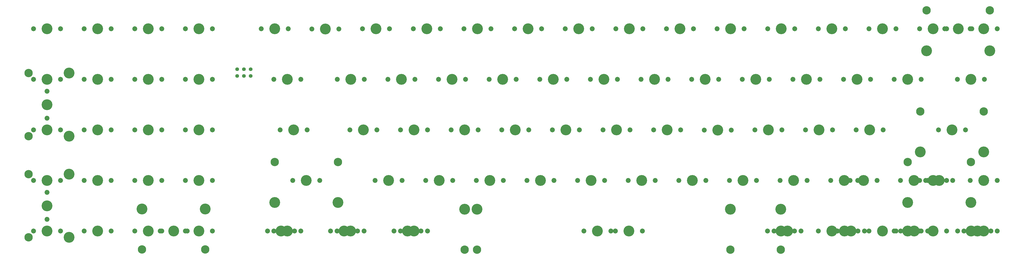
<source format=gts>
G04 #@! TF.GenerationSoftware,KiCad,Pcbnew,(5.1.4)-1*
G04 #@! TF.CreationDate,2020-10-17T07:59:48-04:00*
G04 #@! TF.ProjectId,southpaw daughter board,736f7574-6870-4617-9720-646175676874,rev?*
G04 #@! TF.SameCoordinates,Original*
G04 #@! TF.FileFunction,Soldermask,Top*
G04 #@! TF.FilePolarity,Negative*
%FSLAX46Y46*%
G04 Gerber Fmt 4.6, Leading zero omitted, Abs format (unit mm)*
G04 Created by KiCad (PCBNEW (5.1.4)-1) date 2020-10-17 07:59:48*
%MOMM*%
%LPD*%
G04 APERTURE LIST*
%ADD10C,1.850000*%
%ADD11C,4.087800*%
%ADD12C,3.148000*%
%ADD13C,1.408000*%
G04 APERTURE END LIST*
D10*
G04 #@! TO.C,MX51*
X256690000Y6360000D03*
X246530000Y6360000D03*
D11*
X251610000Y6360000D03*
G04 #@! TD*
G04 #@! TO.C,MX19*
X32651000Y82550000D03*
D10*
X27571000Y82550000D03*
X37731000Y82550000D03*
G04 #@! TD*
D11*
G04 #@! TO.C,MX13*
X23100000Y6400000D03*
D10*
X18020000Y6400000D03*
X28180000Y6400000D03*
D12*
X11193750Y-585000D03*
X35006250Y-585000D03*
D11*
X11193750Y14655000D03*
X35006250Y14655000D03*
G04 #@! TD*
G04 #@! TO.C,MX29*
X65913000Y6350000D03*
D10*
X60833000Y6350000D03*
X70993000Y6350000D03*
G04 #@! TD*
D11*
G04 #@! TO.C,MX24*
X63500000Y6350000D03*
D10*
X58420000Y6350000D03*
X68580000Y6350000D03*
G04 #@! TD*
D11*
G04 #@! TO.C,MX14*
X13601000Y82550000D03*
D10*
X8521000Y82550000D03*
X18681000Y82550000D03*
G04 #@! TD*
D11*
G04 #@! TO.C,MX101*
X270740000Y6390000D03*
D10*
X265660000Y6390000D03*
X275820000Y6390000D03*
G04 #@! TD*
D11*
G04 #@! TO.C,MX60*
X182580100Y6365000D03*
D10*
X177500100Y6365000D03*
X187660100Y6365000D03*
D12*
X132580200Y-620000D03*
X232580000Y-620000D03*
D11*
X132580200Y14620000D03*
X232580000Y14620000D03*
G04 #@! TD*
G04 #@! TO.C,MX61*
X194437000Y6350000D03*
D10*
X189357000Y6350000D03*
X199517000Y6350000D03*
D12*
X137287000Y-635000D03*
X251587000Y-635000D03*
D11*
X137287000Y14605000D03*
X251587000Y14605000D03*
G04 #@! TD*
G04 #@! TO.C,MX98*
X315995192Y44469869D03*
D10*
X310915192Y44469869D03*
X321075192Y44469869D03*
D12*
X304088942Y51454869D03*
X327901442Y51454869D03*
D11*
X304088942Y36214869D03*
X327901442Y36214869D03*
G04 #@! TD*
G04 #@! TO.C,MX68*
X227841206Y44414246D03*
D10*
X222761206Y44414246D03*
X232921206Y44414246D03*
G04 #@! TD*
D11*
G04 #@! TO.C,MX38*
X99280341Y82549283D03*
D10*
X94200341Y82549283D03*
X104360341Y82549283D03*
G04 #@! TD*
D11*
G04 #@! TO.C,MX56*
X175514000Y82550000D03*
D10*
X170434000Y82550000D03*
X180594000Y82550000D03*
G04 #@! TD*
G04 #@! TO.C,MX93*
X306820000Y6410000D03*
X296660000Y6410000D03*
D11*
X301740000Y6410000D03*
G04 #@! TD*
D10*
G04 #@! TO.C,MX88*
X313920000Y6380000D03*
X303760000Y6380000D03*
D11*
X308840000Y6380000D03*
G04 #@! TD*
D10*
G04 #@! TO.C,MX104*
X304420000Y6340000D03*
X294260000Y6340000D03*
D11*
X299340000Y6340000D03*
G04 #@! TD*
G04 #@! TO.C,MX28*
X282702000Y25400000D03*
D10*
X277622000Y25400000D03*
X287782000Y25400000D03*
G04 #@! TD*
D11*
G04 #@! TO.C,MX12*
X-5449000Y6350000D03*
D10*
X-10529000Y6350000D03*
X-369000Y6350000D03*
G04 #@! TD*
D11*
G04 #@! TO.C,MX97*
X323124788Y63519096D03*
D10*
X318044788Y63519096D03*
X328204788Y63519096D03*
G04 #@! TD*
D11*
G04 #@! TO.C,MX81*
X277960000Y6410000D03*
D10*
X272880000Y6410000D03*
X283040000Y6410000D03*
G04 #@! TD*
D13*
G04 #@! TO.C,J1*
X52070000Y64770000D03*
X52070000Y67310000D03*
X46990000Y67310000D03*
X46990000Y64770000D03*
X49530000Y67310000D03*
X49530000Y64770000D03*
G04 #@! TD*
D11*
G04 #@! TO.C,MX103*
X327914000Y82550000D03*
D10*
X322834000Y82550000D03*
X332994000Y82550000D03*
G04 #@! TD*
D11*
G04 #@! TO.C,MX102*
X318343779Y82556296D03*
D10*
X313263779Y82556296D03*
X323423779Y82556296D03*
D12*
X306437529Y89541296D03*
X330250029Y89541296D03*
D11*
X306437529Y74301296D03*
X330250029Y74301296D03*
G04 #@! TD*
D10*
G04 #@! TO.C,MX100*
X328250000Y6380000D03*
X318090000Y6380000D03*
D11*
X323170000Y6380000D03*
G04 #@! TD*
G04 #@! TO.C,MX99*
X327914000Y25400000D03*
D10*
X322834000Y25400000D03*
X332994000Y25400000D03*
G04 #@! TD*
D11*
G04 #@! TO.C,MX96*
X308864000Y82550000D03*
D10*
X303784000Y82550000D03*
X313944000Y82550000D03*
G04 #@! TD*
D11*
G04 #@! TO.C,MX95*
X325540000Y6420000D03*
D10*
X320460000Y6420000D03*
X330620000Y6420000D03*
G04 #@! TD*
G04 #@! TO.C,MX94*
X333000000Y6420000D03*
X322840000Y6420000D03*
D11*
X327920000Y6420000D03*
G04 #@! TD*
G04 #@! TO.C,MX92*
X308850000Y25420000D03*
D10*
X303770000Y25420000D03*
X313930000Y25420000D03*
G04 #@! TD*
D11*
G04 #@! TO.C,MX90*
X299290998Y63514483D03*
D10*
X294210998Y63514483D03*
X304370998Y63514483D03*
G04 #@! TD*
D11*
G04 #@! TO.C,MX89*
X289814000Y82550000D03*
D10*
X284734000Y82550000D03*
X294894000Y82550000D03*
G04 #@! TD*
D11*
G04 #@! TO.C,MX87*
X301660000Y25460000D03*
D10*
X296580000Y25460000D03*
X306740000Y25460000D03*
G04 #@! TD*
G04 #@! TO.C,MX86*
X294870000Y6380000D03*
X284710000Y6380000D03*
D11*
X289790000Y6380000D03*
G04 #@! TD*
G04 #@! TO.C,MX85*
X323096250Y17165000D03*
X299283750Y17165000D03*
D12*
X323096250Y32405000D03*
X299283750Y32405000D03*
D10*
X316270000Y25420000D03*
X306110000Y25420000D03*
D11*
X311190000Y25420000D03*
G04 #@! TD*
G04 #@! TO.C,MX84*
X284988000Y44450000D03*
D10*
X279908000Y44450000D03*
X290068000Y44450000D03*
G04 #@! TD*
D11*
G04 #@! TO.C,MX83*
X280289000Y63500000D03*
D10*
X275209000Y63500000D03*
X285369000Y63500000D03*
G04 #@! TD*
D11*
G04 #@! TO.C,MX82*
X270764000Y82550000D03*
D10*
X265684000Y82550000D03*
X275844000Y82550000D03*
G04 #@! TD*
D11*
G04 #@! TO.C,MX80*
X275480000Y6350000D03*
D10*
X270400000Y6350000D03*
X280560000Y6350000D03*
G04 #@! TD*
D11*
G04 #@! TO.C,MX79*
X275463000Y25400000D03*
D10*
X270383000Y25400000D03*
X280543000Y25400000D03*
G04 #@! TD*
D11*
G04 #@! TO.C,MX78*
X265938000Y44450000D03*
D10*
X260858000Y44450000D03*
X271018000Y44450000D03*
G04 #@! TD*
D11*
G04 #@! TO.C,MX77*
X261239000Y63500000D03*
D10*
X256159000Y63500000D03*
X266319000Y63500000D03*
G04 #@! TD*
D11*
G04 #@! TO.C,MX76*
X251714000Y82550000D03*
D10*
X246634000Y82550000D03*
X256794000Y82550000D03*
G04 #@! TD*
D11*
G04 #@! TO.C,MX75*
X254090000Y6360000D03*
D10*
X249010000Y6360000D03*
X259170000Y6360000D03*
G04 #@! TD*
D11*
G04 #@! TO.C,MX74*
X256413000Y25400000D03*
D10*
X251333000Y25400000D03*
X261493000Y25400000D03*
G04 #@! TD*
D11*
G04 #@! TO.C,MX73*
X246881586Y44481515D03*
D10*
X241801586Y44481515D03*
X251961586Y44481515D03*
G04 #@! TD*
D11*
G04 #@! TO.C,MX72*
X242189000Y63500000D03*
D10*
X237109000Y63500000D03*
X247269000Y63500000D03*
G04 #@! TD*
D11*
G04 #@! TO.C,MX71*
X232664000Y82550000D03*
D10*
X227584000Y82550000D03*
X237744000Y82550000D03*
G04 #@! TD*
D11*
G04 #@! TO.C,MX69*
X237363000Y25400000D03*
D10*
X232283000Y25400000D03*
X242443000Y25400000D03*
G04 #@! TD*
D11*
G04 #@! TO.C,MX67*
X223139000Y63500000D03*
D10*
X218059000Y63500000D03*
X228219000Y63500000D03*
G04 #@! TD*
D11*
G04 #@! TO.C,MX66*
X213614000Y82550000D03*
D10*
X208534000Y82550000D03*
X218694000Y82550000D03*
G04 #@! TD*
D11*
G04 #@! TO.C,MX65*
X218313000Y25400000D03*
D10*
X213233000Y25400000D03*
X223393000Y25400000D03*
G04 #@! TD*
G04 #@! TO.C,MX64*
X213868000Y44450000D03*
X203708000Y44450000D03*
D11*
X208788000Y44450000D03*
G04 #@! TD*
G04 #@! TO.C,MX63*
X204089000Y63500000D03*
D10*
X199009000Y63500000D03*
X209169000Y63500000D03*
G04 #@! TD*
D11*
G04 #@! TO.C,MX62*
X194564000Y82550000D03*
D10*
X189484000Y82550000D03*
X199644000Y82550000D03*
G04 #@! TD*
D11*
G04 #@! TO.C,MX59*
X199263000Y25400000D03*
D10*
X194183000Y25400000D03*
X204343000Y25400000D03*
G04 #@! TD*
D11*
G04 #@! TO.C,MX58*
X189738000Y44450000D03*
D10*
X184658000Y44450000D03*
X194818000Y44450000D03*
G04 #@! TD*
D11*
G04 #@! TO.C,MX57*
X185039000Y63500000D03*
D10*
X179959000Y63500000D03*
X190119000Y63500000D03*
G04 #@! TD*
D11*
G04 #@! TO.C,MX55*
X180213000Y25400000D03*
D10*
X175133000Y25400000D03*
X185293000Y25400000D03*
G04 #@! TD*
D11*
G04 #@! TO.C,MX54*
X170688000Y44450000D03*
D10*
X165608000Y44450000D03*
X175768000Y44450000D03*
G04 #@! TD*
D11*
G04 #@! TO.C,MX53*
X165989000Y63500000D03*
D10*
X160909000Y63500000D03*
X171069000Y63500000D03*
G04 #@! TD*
D11*
G04 #@! TO.C,MX52*
X156464000Y82550000D03*
D10*
X151384000Y82550000D03*
X161544000Y82550000D03*
G04 #@! TD*
D11*
G04 #@! TO.C,MX50*
X161163000Y25400000D03*
D10*
X156083000Y25400000D03*
X166243000Y25400000D03*
G04 #@! TD*
D11*
G04 #@! TO.C,MX49*
X151638000Y44450000D03*
D10*
X146558000Y44450000D03*
X156718000Y44450000D03*
G04 #@! TD*
D11*
G04 #@! TO.C,MX48*
X146939000Y63500000D03*
D10*
X141859000Y63500000D03*
X152019000Y63500000D03*
G04 #@! TD*
D11*
G04 #@! TO.C,MX47*
X137414000Y82550000D03*
D10*
X132334000Y82550000D03*
X142494000Y82550000D03*
G04 #@! TD*
D11*
G04 #@! TO.C,MX46*
X142113000Y25400000D03*
D10*
X137033000Y25400000D03*
X147193000Y25400000D03*
G04 #@! TD*
D11*
G04 #@! TO.C,MX45*
X132588000Y44450000D03*
D10*
X127508000Y44450000D03*
X137668000Y44450000D03*
G04 #@! TD*
D11*
G04 #@! TO.C,MX44*
X127889000Y63500000D03*
D10*
X122809000Y63500000D03*
X132969000Y63500000D03*
G04 #@! TD*
D11*
G04 #@! TO.C,MX43*
X118364000Y82550000D03*
D10*
X113284000Y82550000D03*
X123444000Y82550000D03*
G04 #@! TD*
D11*
G04 #@! TO.C,MX42*
X113538000Y6350000D03*
D10*
X108458000Y6350000D03*
X118618000Y6350000D03*
G04 #@! TD*
D11*
G04 #@! TO.C,MX41*
X123063000Y25400000D03*
D10*
X117983000Y25400000D03*
X128143000Y25400000D03*
G04 #@! TD*
D11*
G04 #@! TO.C,MX40*
X113538000Y44450000D03*
D10*
X108458000Y44450000D03*
X118618000Y44450000D03*
G04 #@! TD*
D11*
G04 #@! TO.C,MX39*
X108839000Y63500000D03*
D10*
X103759000Y63500000D03*
X113919000Y63500000D03*
G04 #@! TD*
D11*
G04 #@! TO.C,MX37*
X111125000Y6350000D03*
D10*
X106045000Y6350000D03*
X116205000Y6350000D03*
G04 #@! TD*
D11*
G04 #@! TO.C,MX36*
X89662000Y6350000D03*
D10*
X84582000Y6350000D03*
X94742000Y6350000D03*
G04 #@! TD*
D11*
G04 #@! TO.C,MX35*
X104013000Y25400000D03*
D10*
X98933000Y25400000D03*
X109093000Y25400000D03*
G04 #@! TD*
D11*
G04 #@! TO.C,MX34*
X94488000Y44450000D03*
D10*
X89408000Y44450000D03*
X99568000Y44450000D03*
G04 #@! TD*
D11*
G04 #@! TO.C,MX33*
X89789000Y63500000D03*
D10*
X84709000Y63500000D03*
X94869000Y63500000D03*
G04 #@! TD*
D11*
G04 #@! TO.C,MX32*
X80207937Y82532005D03*
D10*
X75127937Y82532005D03*
X85287937Y82532005D03*
G04 #@! TD*
D11*
G04 #@! TO.C,MX31*
X87249000Y6350000D03*
D10*
X82169000Y6350000D03*
X92329000Y6350000D03*
G04 #@! TD*
D11*
G04 #@! TO.C,MX30*
X73025000Y25400000D03*
D10*
X67945000Y25400000D03*
X78105000Y25400000D03*
D12*
X61118750Y32385000D03*
X84931250Y32385000D03*
D11*
X61118750Y17145000D03*
X84931250Y17145000D03*
G04 #@! TD*
G04 #@! TO.C,MX27*
X68288579Y44447006D03*
D10*
X63208579Y44447006D03*
X73368579Y44447006D03*
G04 #@! TD*
D11*
G04 #@! TO.C,MX26*
X65913000Y63500000D03*
D10*
X60833000Y63500000D03*
X70993000Y63500000D03*
G04 #@! TD*
D11*
G04 #@! TO.C,MX25*
X61162065Y82550000D03*
D10*
X56082065Y82550000D03*
X66242065Y82550000D03*
G04 #@! TD*
D11*
G04 #@! TO.C,MX23*
X32651000Y6350000D03*
D10*
X27571000Y6350000D03*
X37731000Y6350000D03*
G04 #@! TD*
D11*
G04 #@! TO.C,MX22*
X32651000Y25400000D03*
D10*
X27571000Y25400000D03*
X37731000Y25400000D03*
G04 #@! TD*
D11*
G04 #@! TO.C,MX21*
X32651000Y44450000D03*
D10*
X27571000Y44450000D03*
X37731000Y44450000D03*
G04 #@! TD*
D11*
G04 #@! TO.C,MX20*
X32651000Y63500000D03*
D10*
X27571000Y63500000D03*
X37731000Y63500000D03*
G04 #@! TD*
D11*
G04 #@! TO.C,MX18*
X13601000Y6350000D03*
D10*
X8521000Y6350000D03*
X18681000Y6350000D03*
G04 #@! TD*
D11*
G04 #@! TO.C,MX17*
X13601000Y25400000D03*
D10*
X8521000Y25400000D03*
X18681000Y25400000D03*
G04 #@! TD*
D11*
G04 #@! TO.C,MX16*
X13601000Y44450000D03*
D10*
X8521000Y44450000D03*
X18681000Y44450000D03*
G04 #@! TD*
D11*
G04 #@! TO.C,MX15*
X13601000Y63500000D03*
D10*
X8521000Y63500000D03*
X18681000Y63500000D03*
G04 #@! TD*
D11*
G04 #@! TO.C,MX11*
X-5449000Y25400000D03*
D10*
X-10529000Y25400000D03*
X-369000Y25400000D03*
G04 #@! TD*
D11*
G04 #@! TO.C,MX10*
X-5449000Y44450000D03*
D10*
X-10529000Y44450000D03*
X-369000Y44450000D03*
G04 #@! TD*
D11*
G04 #@! TO.C,MX9*
X-5449000Y63500000D03*
D10*
X-10529000Y63500000D03*
X-369000Y63500000D03*
G04 #@! TD*
D11*
G04 #@! TO.C,MX8*
X-5449000Y82550000D03*
D10*
X-10529000Y82550000D03*
X-369000Y82550000D03*
G04 #@! TD*
D11*
G04 #@! TO.C,MX7*
X-24499000Y25400000D03*
D10*
X-29579000Y25400000D03*
X-19419000Y25400000D03*
G04 #@! TD*
D11*
G04 #@! TO.C,MX6*
X-24499000Y6350000D03*
D10*
X-29579000Y6350000D03*
X-19419000Y6350000D03*
G04 #@! TD*
D11*
G04 #@! TO.C,MX5*
X-24499000Y63500000D03*
D10*
X-29579000Y63500000D03*
X-19419000Y63500000D03*
G04 #@! TD*
D11*
G04 #@! TO.C,MX4*
X-24499000Y44450000D03*
D10*
X-29579000Y44450000D03*
X-19419000Y44450000D03*
G04 #@! TD*
D11*
G04 #@! TO.C,MX3*
X-24499000Y82550000D03*
D10*
X-29579000Y82550000D03*
X-19419000Y82550000D03*
G04 #@! TD*
D11*
G04 #@! TO.C,MX2*
X-24499000Y15875000D03*
D10*
X-24499000Y10795000D03*
X-24499000Y20955000D03*
D12*
X-31484000Y3968750D03*
X-31484000Y27781250D03*
D11*
X-16244000Y3968750D03*
X-16244000Y27781250D03*
G04 #@! TD*
G04 #@! TO.C,MX1*
X-24499000Y53975000D03*
D10*
X-24499000Y48895000D03*
X-24499000Y59055000D03*
D12*
X-31484000Y42068750D03*
X-31484000Y65881250D03*
D11*
X-16244000Y42068750D03*
X-16244000Y65881250D03*
G04 #@! TD*
M02*

</source>
